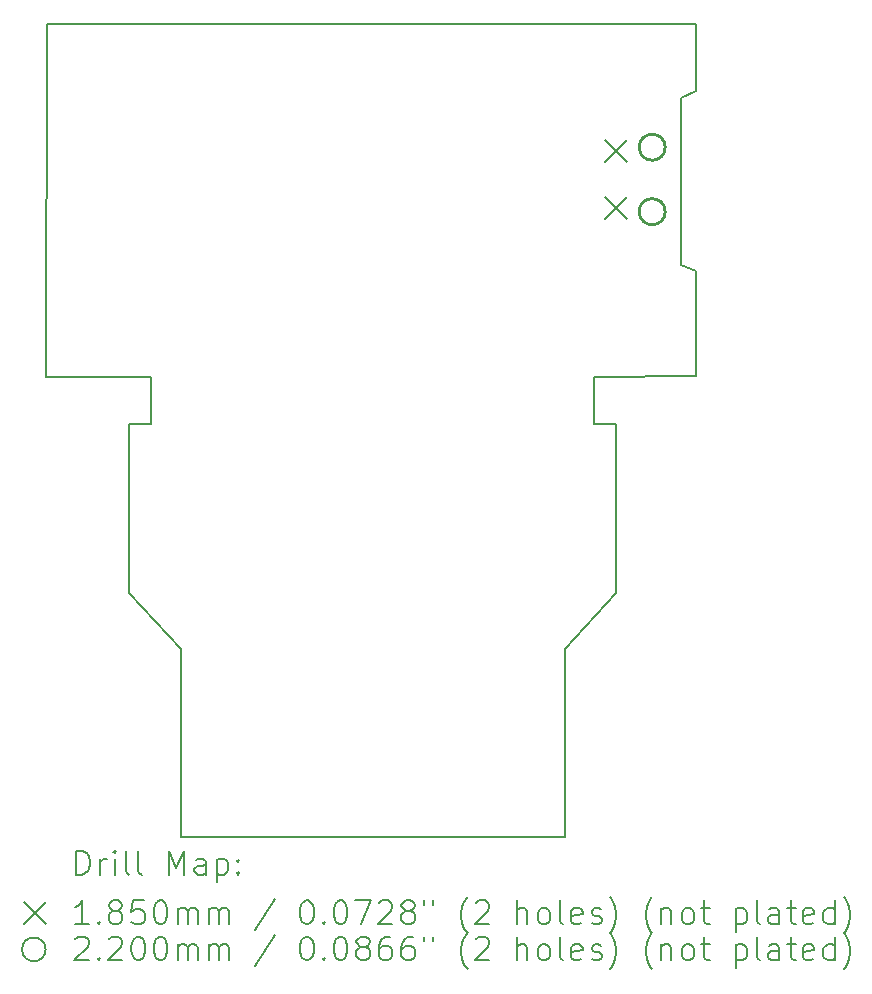
<source format=gbr>
%TF.GenerationSoftware,KiCad,Pcbnew,8.0.8-8.0.8-0~ubuntu22.04.1*%
%TF.CreationDate,2025-02-03T18:01:07-05:00*%
%TF.ProjectId,2600cart,32363030-6361-4727-942e-6b696361645f,rev?*%
%TF.SameCoordinates,Original*%
%TF.FileFunction,Drillmap*%
%TF.FilePolarity,Positive*%
%FSLAX45Y45*%
G04 Gerber Fmt 4.5, Leading zero omitted, Abs format (unit mm)*
G04 Created by KiCad (PCBNEW 8.0.8-8.0.8-0~ubuntu22.04.1) date 2025-02-03 18:01:07*
%MOMM*%
%LPD*%
G01*
G04 APERTURE LIST*
%ADD10C,0.150000*%
%ADD11C,0.200000*%
%ADD12C,0.185000*%
%ADD13C,0.220000*%
G04 APERTURE END LIST*
D10*
X14300200Y-7213600D02*
X14168120Y-7274560D01*
X14168120Y-8691880D01*
X14295120Y-8737600D01*
X14295120Y-9628010D01*
X13434540Y-9639860D01*
X13434540Y-10038640D01*
X13622500Y-10038640D01*
X13622500Y-11468660D01*
X13188160Y-11943640D01*
X13188160Y-13531140D01*
X9934420Y-13531140D01*
X9934420Y-11943640D01*
X9495000Y-11468660D01*
X9495000Y-10038640D01*
X9682960Y-10038640D01*
X9682960Y-9639860D01*
X8798115Y-9635823D01*
X8800000Y-6650000D01*
X14300000Y-6650000D01*
X14300200Y-7213600D01*
D11*
D12*
X13531020Y-7630440D02*
X13716020Y-7815440D01*
X13716020Y-7630440D02*
X13531020Y-7815440D01*
X13531020Y-8115440D02*
X13716020Y-8300440D01*
X13716020Y-8115440D02*
X13531020Y-8300440D01*
D13*
X14036520Y-7692940D02*
G75*
G02*
X13816520Y-7692940I-110000J0D01*
G01*
X13816520Y-7692940D02*
G75*
G02*
X14036520Y-7692940I110000J0D01*
G01*
X14036520Y-8237940D02*
G75*
G02*
X13816520Y-8237940I-110000J0D01*
G01*
X13816520Y-8237940D02*
G75*
G02*
X14036520Y-8237940I110000J0D01*
G01*
D11*
X9051391Y-13850124D02*
X9051391Y-13650124D01*
X9051391Y-13650124D02*
X9099010Y-13650124D01*
X9099010Y-13650124D02*
X9127582Y-13659648D01*
X9127582Y-13659648D02*
X9146629Y-13678695D01*
X9146629Y-13678695D02*
X9156153Y-13697743D01*
X9156153Y-13697743D02*
X9165677Y-13735838D01*
X9165677Y-13735838D02*
X9165677Y-13764409D01*
X9165677Y-13764409D02*
X9156153Y-13802505D01*
X9156153Y-13802505D02*
X9146629Y-13821552D01*
X9146629Y-13821552D02*
X9127582Y-13840600D01*
X9127582Y-13840600D02*
X9099010Y-13850124D01*
X9099010Y-13850124D02*
X9051391Y-13850124D01*
X9251391Y-13850124D02*
X9251391Y-13716790D01*
X9251391Y-13754886D02*
X9260915Y-13735838D01*
X9260915Y-13735838D02*
X9270439Y-13726314D01*
X9270439Y-13726314D02*
X9289487Y-13716790D01*
X9289487Y-13716790D02*
X9308534Y-13716790D01*
X9375201Y-13850124D02*
X9375201Y-13716790D01*
X9375201Y-13650124D02*
X9365677Y-13659648D01*
X9365677Y-13659648D02*
X9375201Y-13669171D01*
X9375201Y-13669171D02*
X9384725Y-13659648D01*
X9384725Y-13659648D02*
X9375201Y-13650124D01*
X9375201Y-13650124D02*
X9375201Y-13669171D01*
X9499010Y-13850124D02*
X9479963Y-13840600D01*
X9479963Y-13840600D02*
X9470439Y-13821552D01*
X9470439Y-13821552D02*
X9470439Y-13650124D01*
X9603772Y-13850124D02*
X9584725Y-13840600D01*
X9584725Y-13840600D02*
X9575201Y-13821552D01*
X9575201Y-13821552D02*
X9575201Y-13650124D01*
X9832344Y-13850124D02*
X9832344Y-13650124D01*
X9832344Y-13650124D02*
X9899010Y-13792981D01*
X9899010Y-13792981D02*
X9965677Y-13650124D01*
X9965677Y-13650124D02*
X9965677Y-13850124D01*
X10146629Y-13850124D02*
X10146629Y-13745362D01*
X10146629Y-13745362D02*
X10137106Y-13726314D01*
X10137106Y-13726314D02*
X10118058Y-13716790D01*
X10118058Y-13716790D02*
X10079963Y-13716790D01*
X10079963Y-13716790D02*
X10060915Y-13726314D01*
X10146629Y-13840600D02*
X10127582Y-13850124D01*
X10127582Y-13850124D02*
X10079963Y-13850124D01*
X10079963Y-13850124D02*
X10060915Y-13840600D01*
X10060915Y-13840600D02*
X10051391Y-13821552D01*
X10051391Y-13821552D02*
X10051391Y-13802505D01*
X10051391Y-13802505D02*
X10060915Y-13783457D01*
X10060915Y-13783457D02*
X10079963Y-13773933D01*
X10079963Y-13773933D02*
X10127582Y-13773933D01*
X10127582Y-13773933D02*
X10146629Y-13764409D01*
X10241868Y-13716790D02*
X10241868Y-13916790D01*
X10241868Y-13726314D02*
X10260915Y-13716790D01*
X10260915Y-13716790D02*
X10299010Y-13716790D01*
X10299010Y-13716790D02*
X10318058Y-13726314D01*
X10318058Y-13726314D02*
X10327582Y-13735838D01*
X10327582Y-13735838D02*
X10337106Y-13754886D01*
X10337106Y-13754886D02*
X10337106Y-13812028D01*
X10337106Y-13812028D02*
X10327582Y-13831076D01*
X10327582Y-13831076D02*
X10318058Y-13840600D01*
X10318058Y-13840600D02*
X10299010Y-13850124D01*
X10299010Y-13850124D02*
X10260915Y-13850124D01*
X10260915Y-13850124D02*
X10241868Y-13840600D01*
X10422820Y-13831076D02*
X10432344Y-13840600D01*
X10432344Y-13840600D02*
X10422820Y-13850124D01*
X10422820Y-13850124D02*
X10413296Y-13840600D01*
X10413296Y-13840600D02*
X10422820Y-13831076D01*
X10422820Y-13831076D02*
X10422820Y-13850124D01*
X10422820Y-13726314D02*
X10432344Y-13735838D01*
X10432344Y-13735838D02*
X10422820Y-13745362D01*
X10422820Y-13745362D02*
X10413296Y-13735838D01*
X10413296Y-13735838D02*
X10422820Y-13726314D01*
X10422820Y-13726314D02*
X10422820Y-13745362D01*
D12*
X8605615Y-14086140D02*
X8790615Y-14271140D01*
X8790615Y-14086140D02*
X8605615Y-14271140D01*
D11*
X9156153Y-14270124D02*
X9041868Y-14270124D01*
X9099010Y-14270124D02*
X9099010Y-14070124D01*
X9099010Y-14070124D02*
X9079963Y-14098695D01*
X9079963Y-14098695D02*
X9060915Y-14117743D01*
X9060915Y-14117743D02*
X9041868Y-14127267D01*
X9241868Y-14251076D02*
X9251391Y-14260600D01*
X9251391Y-14260600D02*
X9241868Y-14270124D01*
X9241868Y-14270124D02*
X9232344Y-14260600D01*
X9232344Y-14260600D02*
X9241868Y-14251076D01*
X9241868Y-14251076D02*
X9241868Y-14270124D01*
X9365677Y-14155838D02*
X9346629Y-14146314D01*
X9346629Y-14146314D02*
X9337106Y-14136790D01*
X9337106Y-14136790D02*
X9327582Y-14117743D01*
X9327582Y-14117743D02*
X9327582Y-14108219D01*
X9327582Y-14108219D02*
X9337106Y-14089171D01*
X9337106Y-14089171D02*
X9346629Y-14079648D01*
X9346629Y-14079648D02*
X9365677Y-14070124D01*
X9365677Y-14070124D02*
X9403772Y-14070124D01*
X9403772Y-14070124D02*
X9422820Y-14079648D01*
X9422820Y-14079648D02*
X9432344Y-14089171D01*
X9432344Y-14089171D02*
X9441868Y-14108219D01*
X9441868Y-14108219D02*
X9441868Y-14117743D01*
X9441868Y-14117743D02*
X9432344Y-14136790D01*
X9432344Y-14136790D02*
X9422820Y-14146314D01*
X9422820Y-14146314D02*
X9403772Y-14155838D01*
X9403772Y-14155838D02*
X9365677Y-14155838D01*
X9365677Y-14155838D02*
X9346629Y-14165362D01*
X9346629Y-14165362D02*
X9337106Y-14174886D01*
X9337106Y-14174886D02*
X9327582Y-14193933D01*
X9327582Y-14193933D02*
X9327582Y-14232028D01*
X9327582Y-14232028D02*
X9337106Y-14251076D01*
X9337106Y-14251076D02*
X9346629Y-14260600D01*
X9346629Y-14260600D02*
X9365677Y-14270124D01*
X9365677Y-14270124D02*
X9403772Y-14270124D01*
X9403772Y-14270124D02*
X9422820Y-14260600D01*
X9422820Y-14260600D02*
X9432344Y-14251076D01*
X9432344Y-14251076D02*
X9441868Y-14232028D01*
X9441868Y-14232028D02*
X9441868Y-14193933D01*
X9441868Y-14193933D02*
X9432344Y-14174886D01*
X9432344Y-14174886D02*
X9422820Y-14165362D01*
X9422820Y-14165362D02*
X9403772Y-14155838D01*
X9622820Y-14070124D02*
X9527582Y-14070124D01*
X9527582Y-14070124D02*
X9518058Y-14165362D01*
X9518058Y-14165362D02*
X9527582Y-14155838D01*
X9527582Y-14155838D02*
X9546629Y-14146314D01*
X9546629Y-14146314D02*
X9594249Y-14146314D01*
X9594249Y-14146314D02*
X9613296Y-14155838D01*
X9613296Y-14155838D02*
X9622820Y-14165362D01*
X9622820Y-14165362D02*
X9632344Y-14184409D01*
X9632344Y-14184409D02*
X9632344Y-14232028D01*
X9632344Y-14232028D02*
X9622820Y-14251076D01*
X9622820Y-14251076D02*
X9613296Y-14260600D01*
X9613296Y-14260600D02*
X9594249Y-14270124D01*
X9594249Y-14270124D02*
X9546629Y-14270124D01*
X9546629Y-14270124D02*
X9527582Y-14260600D01*
X9527582Y-14260600D02*
X9518058Y-14251076D01*
X9756153Y-14070124D02*
X9775201Y-14070124D01*
X9775201Y-14070124D02*
X9794249Y-14079648D01*
X9794249Y-14079648D02*
X9803772Y-14089171D01*
X9803772Y-14089171D02*
X9813296Y-14108219D01*
X9813296Y-14108219D02*
X9822820Y-14146314D01*
X9822820Y-14146314D02*
X9822820Y-14193933D01*
X9822820Y-14193933D02*
X9813296Y-14232028D01*
X9813296Y-14232028D02*
X9803772Y-14251076D01*
X9803772Y-14251076D02*
X9794249Y-14260600D01*
X9794249Y-14260600D02*
X9775201Y-14270124D01*
X9775201Y-14270124D02*
X9756153Y-14270124D01*
X9756153Y-14270124D02*
X9737106Y-14260600D01*
X9737106Y-14260600D02*
X9727582Y-14251076D01*
X9727582Y-14251076D02*
X9718058Y-14232028D01*
X9718058Y-14232028D02*
X9708534Y-14193933D01*
X9708534Y-14193933D02*
X9708534Y-14146314D01*
X9708534Y-14146314D02*
X9718058Y-14108219D01*
X9718058Y-14108219D02*
X9727582Y-14089171D01*
X9727582Y-14089171D02*
X9737106Y-14079648D01*
X9737106Y-14079648D02*
X9756153Y-14070124D01*
X9908534Y-14270124D02*
X9908534Y-14136790D01*
X9908534Y-14155838D02*
X9918058Y-14146314D01*
X9918058Y-14146314D02*
X9937106Y-14136790D01*
X9937106Y-14136790D02*
X9965677Y-14136790D01*
X9965677Y-14136790D02*
X9984725Y-14146314D01*
X9984725Y-14146314D02*
X9994249Y-14165362D01*
X9994249Y-14165362D02*
X9994249Y-14270124D01*
X9994249Y-14165362D02*
X10003772Y-14146314D01*
X10003772Y-14146314D02*
X10022820Y-14136790D01*
X10022820Y-14136790D02*
X10051391Y-14136790D01*
X10051391Y-14136790D02*
X10070439Y-14146314D01*
X10070439Y-14146314D02*
X10079963Y-14165362D01*
X10079963Y-14165362D02*
X10079963Y-14270124D01*
X10175201Y-14270124D02*
X10175201Y-14136790D01*
X10175201Y-14155838D02*
X10184725Y-14146314D01*
X10184725Y-14146314D02*
X10203772Y-14136790D01*
X10203772Y-14136790D02*
X10232344Y-14136790D01*
X10232344Y-14136790D02*
X10251391Y-14146314D01*
X10251391Y-14146314D02*
X10260915Y-14165362D01*
X10260915Y-14165362D02*
X10260915Y-14270124D01*
X10260915Y-14165362D02*
X10270439Y-14146314D01*
X10270439Y-14146314D02*
X10289487Y-14136790D01*
X10289487Y-14136790D02*
X10318058Y-14136790D01*
X10318058Y-14136790D02*
X10337106Y-14146314D01*
X10337106Y-14146314D02*
X10346630Y-14165362D01*
X10346630Y-14165362D02*
X10346630Y-14270124D01*
X10737106Y-14060600D02*
X10565677Y-14317743D01*
X10994249Y-14070124D02*
X11013296Y-14070124D01*
X11013296Y-14070124D02*
X11032344Y-14079648D01*
X11032344Y-14079648D02*
X11041868Y-14089171D01*
X11041868Y-14089171D02*
X11051392Y-14108219D01*
X11051392Y-14108219D02*
X11060915Y-14146314D01*
X11060915Y-14146314D02*
X11060915Y-14193933D01*
X11060915Y-14193933D02*
X11051392Y-14232028D01*
X11051392Y-14232028D02*
X11041868Y-14251076D01*
X11041868Y-14251076D02*
X11032344Y-14260600D01*
X11032344Y-14260600D02*
X11013296Y-14270124D01*
X11013296Y-14270124D02*
X10994249Y-14270124D01*
X10994249Y-14270124D02*
X10975201Y-14260600D01*
X10975201Y-14260600D02*
X10965677Y-14251076D01*
X10965677Y-14251076D02*
X10956153Y-14232028D01*
X10956153Y-14232028D02*
X10946630Y-14193933D01*
X10946630Y-14193933D02*
X10946630Y-14146314D01*
X10946630Y-14146314D02*
X10956153Y-14108219D01*
X10956153Y-14108219D02*
X10965677Y-14089171D01*
X10965677Y-14089171D02*
X10975201Y-14079648D01*
X10975201Y-14079648D02*
X10994249Y-14070124D01*
X11146630Y-14251076D02*
X11156153Y-14260600D01*
X11156153Y-14260600D02*
X11146630Y-14270124D01*
X11146630Y-14270124D02*
X11137106Y-14260600D01*
X11137106Y-14260600D02*
X11146630Y-14251076D01*
X11146630Y-14251076D02*
X11146630Y-14270124D01*
X11279963Y-14070124D02*
X11299011Y-14070124D01*
X11299011Y-14070124D02*
X11318058Y-14079648D01*
X11318058Y-14079648D02*
X11327582Y-14089171D01*
X11327582Y-14089171D02*
X11337106Y-14108219D01*
X11337106Y-14108219D02*
X11346630Y-14146314D01*
X11346630Y-14146314D02*
X11346630Y-14193933D01*
X11346630Y-14193933D02*
X11337106Y-14232028D01*
X11337106Y-14232028D02*
X11327582Y-14251076D01*
X11327582Y-14251076D02*
X11318058Y-14260600D01*
X11318058Y-14260600D02*
X11299011Y-14270124D01*
X11299011Y-14270124D02*
X11279963Y-14270124D01*
X11279963Y-14270124D02*
X11260915Y-14260600D01*
X11260915Y-14260600D02*
X11251391Y-14251076D01*
X11251391Y-14251076D02*
X11241868Y-14232028D01*
X11241868Y-14232028D02*
X11232344Y-14193933D01*
X11232344Y-14193933D02*
X11232344Y-14146314D01*
X11232344Y-14146314D02*
X11241868Y-14108219D01*
X11241868Y-14108219D02*
X11251391Y-14089171D01*
X11251391Y-14089171D02*
X11260915Y-14079648D01*
X11260915Y-14079648D02*
X11279963Y-14070124D01*
X11413296Y-14070124D02*
X11546630Y-14070124D01*
X11546630Y-14070124D02*
X11460915Y-14270124D01*
X11613296Y-14089171D02*
X11622820Y-14079648D01*
X11622820Y-14079648D02*
X11641868Y-14070124D01*
X11641868Y-14070124D02*
X11689487Y-14070124D01*
X11689487Y-14070124D02*
X11708534Y-14079648D01*
X11708534Y-14079648D02*
X11718058Y-14089171D01*
X11718058Y-14089171D02*
X11727582Y-14108219D01*
X11727582Y-14108219D02*
X11727582Y-14127267D01*
X11727582Y-14127267D02*
X11718058Y-14155838D01*
X11718058Y-14155838D02*
X11603772Y-14270124D01*
X11603772Y-14270124D02*
X11727582Y-14270124D01*
X11841868Y-14155838D02*
X11822820Y-14146314D01*
X11822820Y-14146314D02*
X11813296Y-14136790D01*
X11813296Y-14136790D02*
X11803772Y-14117743D01*
X11803772Y-14117743D02*
X11803772Y-14108219D01*
X11803772Y-14108219D02*
X11813296Y-14089171D01*
X11813296Y-14089171D02*
X11822820Y-14079648D01*
X11822820Y-14079648D02*
X11841868Y-14070124D01*
X11841868Y-14070124D02*
X11879963Y-14070124D01*
X11879963Y-14070124D02*
X11899011Y-14079648D01*
X11899011Y-14079648D02*
X11908534Y-14089171D01*
X11908534Y-14089171D02*
X11918058Y-14108219D01*
X11918058Y-14108219D02*
X11918058Y-14117743D01*
X11918058Y-14117743D02*
X11908534Y-14136790D01*
X11908534Y-14136790D02*
X11899011Y-14146314D01*
X11899011Y-14146314D02*
X11879963Y-14155838D01*
X11879963Y-14155838D02*
X11841868Y-14155838D01*
X11841868Y-14155838D02*
X11822820Y-14165362D01*
X11822820Y-14165362D02*
X11813296Y-14174886D01*
X11813296Y-14174886D02*
X11803772Y-14193933D01*
X11803772Y-14193933D02*
X11803772Y-14232028D01*
X11803772Y-14232028D02*
X11813296Y-14251076D01*
X11813296Y-14251076D02*
X11822820Y-14260600D01*
X11822820Y-14260600D02*
X11841868Y-14270124D01*
X11841868Y-14270124D02*
X11879963Y-14270124D01*
X11879963Y-14270124D02*
X11899011Y-14260600D01*
X11899011Y-14260600D02*
X11908534Y-14251076D01*
X11908534Y-14251076D02*
X11918058Y-14232028D01*
X11918058Y-14232028D02*
X11918058Y-14193933D01*
X11918058Y-14193933D02*
X11908534Y-14174886D01*
X11908534Y-14174886D02*
X11899011Y-14165362D01*
X11899011Y-14165362D02*
X11879963Y-14155838D01*
X11994249Y-14070124D02*
X11994249Y-14108219D01*
X12070439Y-14070124D02*
X12070439Y-14108219D01*
X12365677Y-14346314D02*
X12356153Y-14336790D01*
X12356153Y-14336790D02*
X12337106Y-14308219D01*
X12337106Y-14308219D02*
X12327582Y-14289171D01*
X12327582Y-14289171D02*
X12318058Y-14260600D01*
X12318058Y-14260600D02*
X12308534Y-14212981D01*
X12308534Y-14212981D02*
X12308534Y-14174886D01*
X12308534Y-14174886D02*
X12318058Y-14127267D01*
X12318058Y-14127267D02*
X12327582Y-14098695D01*
X12327582Y-14098695D02*
X12337106Y-14079648D01*
X12337106Y-14079648D02*
X12356153Y-14051076D01*
X12356153Y-14051076D02*
X12365677Y-14041552D01*
X12432344Y-14089171D02*
X12441868Y-14079648D01*
X12441868Y-14079648D02*
X12460915Y-14070124D01*
X12460915Y-14070124D02*
X12508534Y-14070124D01*
X12508534Y-14070124D02*
X12527582Y-14079648D01*
X12527582Y-14079648D02*
X12537106Y-14089171D01*
X12537106Y-14089171D02*
X12546630Y-14108219D01*
X12546630Y-14108219D02*
X12546630Y-14127267D01*
X12546630Y-14127267D02*
X12537106Y-14155838D01*
X12537106Y-14155838D02*
X12422820Y-14270124D01*
X12422820Y-14270124D02*
X12546630Y-14270124D01*
X12784725Y-14270124D02*
X12784725Y-14070124D01*
X12870439Y-14270124D02*
X12870439Y-14165362D01*
X12870439Y-14165362D02*
X12860915Y-14146314D01*
X12860915Y-14146314D02*
X12841868Y-14136790D01*
X12841868Y-14136790D02*
X12813296Y-14136790D01*
X12813296Y-14136790D02*
X12794249Y-14146314D01*
X12794249Y-14146314D02*
X12784725Y-14155838D01*
X12994249Y-14270124D02*
X12975201Y-14260600D01*
X12975201Y-14260600D02*
X12965677Y-14251076D01*
X12965677Y-14251076D02*
X12956154Y-14232028D01*
X12956154Y-14232028D02*
X12956154Y-14174886D01*
X12956154Y-14174886D02*
X12965677Y-14155838D01*
X12965677Y-14155838D02*
X12975201Y-14146314D01*
X12975201Y-14146314D02*
X12994249Y-14136790D01*
X12994249Y-14136790D02*
X13022820Y-14136790D01*
X13022820Y-14136790D02*
X13041868Y-14146314D01*
X13041868Y-14146314D02*
X13051392Y-14155838D01*
X13051392Y-14155838D02*
X13060915Y-14174886D01*
X13060915Y-14174886D02*
X13060915Y-14232028D01*
X13060915Y-14232028D02*
X13051392Y-14251076D01*
X13051392Y-14251076D02*
X13041868Y-14260600D01*
X13041868Y-14260600D02*
X13022820Y-14270124D01*
X13022820Y-14270124D02*
X12994249Y-14270124D01*
X13175201Y-14270124D02*
X13156154Y-14260600D01*
X13156154Y-14260600D02*
X13146630Y-14241552D01*
X13146630Y-14241552D02*
X13146630Y-14070124D01*
X13327582Y-14260600D02*
X13308535Y-14270124D01*
X13308535Y-14270124D02*
X13270439Y-14270124D01*
X13270439Y-14270124D02*
X13251392Y-14260600D01*
X13251392Y-14260600D02*
X13241868Y-14241552D01*
X13241868Y-14241552D02*
X13241868Y-14165362D01*
X13241868Y-14165362D02*
X13251392Y-14146314D01*
X13251392Y-14146314D02*
X13270439Y-14136790D01*
X13270439Y-14136790D02*
X13308535Y-14136790D01*
X13308535Y-14136790D02*
X13327582Y-14146314D01*
X13327582Y-14146314D02*
X13337106Y-14165362D01*
X13337106Y-14165362D02*
X13337106Y-14184409D01*
X13337106Y-14184409D02*
X13241868Y-14203457D01*
X13413296Y-14260600D02*
X13432344Y-14270124D01*
X13432344Y-14270124D02*
X13470439Y-14270124D01*
X13470439Y-14270124D02*
X13489487Y-14260600D01*
X13489487Y-14260600D02*
X13499011Y-14241552D01*
X13499011Y-14241552D02*
X13499011Y-14232028D01*
X13499011Y-14232028D02*
X13489487Y-14212981D01*
X13489487Y-14212981D02*
X13470439Y-14203457D01*
X13470439Y-14203457D02*
X13441868Y-14203457D01*
X13441868Y-14203457D02*
X13422820Y-14193933D01*
X13422820Y-14193933D02*
X13413296Y-14174886D01*
X13413296Y-14174886D02*
X13413296Y-14165362D01*
X13413296Y-14165362D02*
X13422820Y-14146314D01*
X13422820Y-14146314D02*
X13441868Y-14136790D01*
X13441868Y-14136790D02*
X13470439Y-14136790D01*
X13470439Y-14136790D02*
X13489487Y-14146314D01*
X13565677Y-14346314D02*
X13575201Y-14336790D01*
X13575201Y-14336790D02*
X13594249Y-14308219D01*
X13594249Y-14308219D02*
X13603773Y-14289171D01*
X13603773Y-14289171D02*
X13613296Y-14260600D01*
X13613296Y-14260600D02*
X13622820Y-14212981D01*
X13622820Y-14212981D02*
X13622820Y-14174886D01*
X13622820Y-14174886D02*
X13613296Y-14127267D01*
X13613296Y-14127267D02*
X13603773Y-14098695D01*
X13603773Y-14098695D02*
X13594249Y-14079648D01*
X13594249Y-14079648D02*
X13575201Y-14051076D01*
X13575201Y-14051076D02*
X13565677Y-14041552D01*
X13927582Y-14346314D02*
X13918058Y-14336790D01*
X13918058Y-14336790D02*
X13899011Y-14308219D01*
X13899011Y-14308219D02*
X13889487Y-14289171D01*
X13889487Y-14289171D02*
X13879963Y-14260600D01*
X13879963Y-14260600D02*
X13870439Y-14212981D01*
X13870439Y-14212981D02*
X13870439Y-14174886D01*
X13870439Y-14174886D02*
X13879963Y-14127267D01*
X13879963Y-14127267D02*
X13889487Y-14098695D01*
X13889487Y-14098695D02*
X13899011Y-14079648D01*
X13899011Y-14079648D02*
X13918058Y-14051076D01*
X13918058Y-14051076D02*
X13927582Y-14041552D01*
X14003773Y-14136790D02*
X14003773Y-14270124D01*
X14003773Y-14155838D02*
X14013296Y-14146314D01*
X14013296Y-14146314D02*
X14032344Y-14136790D01*
X14032344Y-14136790D02*
X14060916Y-14136790D01*
X14060916Y-14136790D02*
X14079963Y-14146314D01*
X14079963Y-14146314D02*
X14089487Y-14165362D01*
X14089487Y-14165362D02*
X14089487Y-14270124D01*
X14213296Y-14270124D02*
X14194249Y-14260600D01*
X14194249Y-14260600D02*
X14184725Y-14251076D01*
X14184725Y-14251076D02*
X14175201Y-14232028D01*
X14175201Y-14232028D02*
X14175201Y-14174886D01*
X14175201Y-14174886D02*
X14184725Y-14155838D01*
X14184725Y-14155838D02*
X14194249Y-14146314D01*
X14194249Y-14146314D02*
X14213296Y-14136790D01*
X14213296Y-14136790D02*
X14241868Y-14136790D01*
X14241868Y-14136790D02*
X14260916Y-14146314D01*
X14260916Y-14146314D02*
X14270439Y-14155838D01*
X14270439Y-14155838D02*
X14279963Y-14174886D01*
X14279963Y-14174886D02*
X14279963Y-14232028D01*
X14279963Y-14232028D02*
X14270439Y-14251076D01*
X14270439Y-14251076D02*
X14260916Y-14260600D01*
X14260916Y-14260600D02*
X14241868Y-14270124D01*
X14241868Y-14270124D02*
X14213296Y-14270124D01*
X14337106Y-14136790D02*
X14413296Y-14136790D01*
X14365677Y-14070124D02*
X14365677Y-14241552D01*
X14365677Y-14241552D02*
X14375201Y-14260600D01*
X14375201Y-14260600D02*
X14394249Y-14270124D01*
X14394249Y-14270124D02*
X14413296Y-14270124D01*
X14632344Y-14136790D02*
X14632344Y-14336790D01*
X14632344Y-14146314D02*
X14651392Y-14136790D01*
X14651392Y-14136790D02*
X14689487Y-14136790D01*
X14689487Y-14136790D02*
X14708535Y-14146314D01*
X14708535Y-14146314D02*
X14718058Y-14155838D01*
X14718058Y-14155838D02*
X14727582Y-14174886D01*
X14727582Y-14174886D02*
X14727582Y-14232028D01*
X14727582Y-14232028D02*
X14718058Y-14251076D01*
X14718058Y-14251076D02*
X14708535Y-14260600D01*
X14708535Y-14260600D02*
X14689487Y-14270124D01*
X14689487Y-14270124D02*
X14651392Y-14270124D01*
X14651392Y-14270124D02*
X14632344Y-14260600D01*
X14841868Y-14270124D02*
X14822820Y-14260600D01*
X14822820Y-14260600D02*
X14813297Y-14241552D01*
X14813297Y-14241552D02*
X14813297Y-14070124D01*
X15003773Y-14270124D02*
X15003773Y-14165362D01*
X15003773Y-14165362D02*
X14994249Y-14146314D01*
X14994249Y-14146314D02*
X14975201Y-14136790D01*
X14975201Y-14136790D02*
X14937106Y-14136790D01*
X14937106Y-14136790D02*
X14918058Y-14146314D01*
X15003773Y-14260600D02*
X14984725Y-14270124D01*
X14984725Y-14270124D02*
X14937106Y-14270124D01*
X14937106Y-14270124D02*
X14918058Y-14260600D01*
X14918058Y-14260600D02*
X14908535Y-14241552D01*
X14908535Y-14241552D02*
X14908535Y-14222505D01*
X14908535Y-14222505D02*
X14918058Y-14203457D01*
X14918058Y-14203457D02*
X14937106Y-14193933D01*
X14937106Y-14193933D02*
X14984725Y-14193933D01*
X14984725Y-14193933D02*
X15003773Y-14184409D01*
X15070439Y-14136790D02*
X15146630Y-14136790D01*
X15099011Y-14070124D02*
X15099011Y-14241552D01*
X15099011Y-14241552D02*
X15108535Y-14260600D01*
X15108535Y-14260600D02*
X15127582Y-14270124D01*
X15127582Y-14270124D02*
X15146630Y-14270124D01*
X15289487Y-14260600D02*
X15270439Y-14270124D01*
X15270439Y-14270124D02*
X15232344Y-14270124D01*
X15232344Y-14270124D02*
X15213297Y-14260600D01*
X15213297Y-14260600D02*
X15203773Y-14241552D01*
X15203773Y-14241552D02*
X15203773Y-14165362D01*
X15203773Y-14165362D02*
X15213297Y-14146314D01*
X15213297Y-14146314D02*
X15232344Y-14136790D01*
X15232344Y-14136790D02*
X15270439Y-14136790D01*
X15270439Y-14136790D02*
X15289487Y-14146314D01*
X15289487Y-14146314D02*
X15299011Y-14165362D01*
X15299011Y-14165362D02*
X15299011Y-14184409D01*
X15299011Y-14184409D02*
X15203773Y-14203457D01*
X15470439Y-14270124D02*
X15470439Y-14070124D01*
X15470439Y-14260600D02*
X15451392Y-14270124D01*
X15451392Y-14270124D02*
X15413297Y-14270124D01*
X15413297Y-14270124D02*
X15394249Y-14260600D01*
X15394249Y-14260600D02*
X15384725Y-14251076D01*
X15384725Y-14251076D02*
X15375201Y-14232028D01*
X15375201Y-14232028D02*
X15375201Y-14174886D01*
X15375201Y-14174886D02*
X15384725Y-14155838D01*
X15384725Y-14155838D02*
X15394249Y-14146314D01*
X15394249Y-14146314D02*
X15413297Y-14136790D01*
X15413297Y-14136790D02*
X15451392Y-14136790D01*
X15451392Y-14136790D02*
X15470439Y-14146314D01*
X15546630Y-14346314D02*
X15556154Y-14336790D01*
X15556154Y-14336790D02*
X15575201Y-14308219D01*
X15575201Y-14308219D02*
X15584725Y-14289171D01*
X15584725Y-14289171D02*
X15594249Y-14260600D01*
X15594249Y-14260600D02*
X15603773Y-14212981D01*
X15603773Y-14212981D02*
X15603773Y-14174886D01*
X15603773Y-14174886D02*
X15594249Y-14127267D01*
X15594249Y-14127267D02*
X15584725Y-14098695D01*
X15584725Y-14098695D02*
X15575201Y-14079648D01*
X15575201Y-14079648D02*
X15556154Y-14051076D01*
X15556154Y-14051076D02*
X15546630Y-14041552D01*
X8790615Y-14483640D02*
G75*
G02*
X8590615Y-14483640I-100000J0D01*
G01*
X8590615Y-14483640D02*
G75*
G02*
X8790615Y-14483640I100000J0D01*
G01*
X9041868Y-14394171D02*
X9051391Y-14384648D01*
X9051391Y-14384648D02*
X9070439Y-14375124D01*
X9070439Y-14375124D02*
X9118058Y-14375124D01*
X9118058Y-14375124D02*
X9137106Y-14384648D01*
X9137106Y-14384648D02*
X9146629Y-14394171D01*
X9146629Y-14394171D02*
X9156153Y-14413219D01*
X9156153Y-14413219D02*
X9156153Y-14432267D01*
X9156153Y-14432267D02*
X9146629Y-14460838D01*
X9146629Y-14460838D02*
X9032344Y-14575124D01*
X9032344Y-14575124D02*
X9156153Y-14575124D01*
X9241868Y-14556076D02*
X9251391Y-14565600D01*
X9251391Y-14565600D02*
X9241868Y-14575124D01*
X9241868Y-14575124D02*
X9232344Y-14565600D01*
X9232344Y-14565600D02*
X9241868Y-14556076D01*
X9241868Y-14556076D02*
X9241868Y-14575124D01*
X9327582Y-14394171D02*
X9337106Y-14384648D01*
X9337106Y-14384648D02*
X9356153Y-14375124D01*
X9356153Y-14375124D02*
X9403772Y-14375124D01*
X9403772Y-14375124D02*
X9422820Y-14384648D01*
X9422820Y-14384648D02*
X9432344Y-14394171D01*
X9432344Y-14394171D02*
X9441868Y-14413219D01*
X9441868Y-14413219D02*
X9441868Y-14432267D01*
X9441868Y-14432267D02*
X9432344Y-14460838D01*
X9432344Y-14460838D02*
X9318058Y-14575124D01*
X9318058Y-14575124D02*
X9441868Y-14575124D01*
X9565677Y-14375124D02*
X9584725Y-14375124D01*
X9584725Y-14375124D02*
X9603772Y-14384648D01*
X9603772Y-14384648D02*
X9613296Y-14394171D01*
X9613296Y-14394171D02*
X9622820Y-14413219D01*
X9622820Y-14413219D02*
X9632344Y-14451314D01*
X9632344Y-14451314D02*
X9632344Y-14498933D01*
X9632344Y-14498933D02*
X9622820Y-14537028D01*
X9622820Y-14537028D02*
X9613296Y-14556076D01*
X9613296Y-14556076D02*
X9603772Y-14565600D01*
X9603772Y-14565600D02*
X9584725Y-14575124D01*
X9584725Y-14575124D02*
X9565677Y-14575124D01*
X9565677Y-14575124D02*
X9546629Y-14565600D01*
X9546629Y-14565600D02*
X9537106Y-14556076D01*
X9537106Y-14556076D02*
X9527582Y-14537028D01*
X9527582Y-14537028D02*
X9518058Y-14498933D01*
X9518058Y-14498933D02*
X9518058Y-14451314D01*
X9518058Y-14451314D02*
X9527582Y-14413219D01*
X9527582Y-14413219D02*
X9537106Y-14394171D01*
X9537106Y-14394171D02*
X9546629Y-14384648D01*
X9546629Y-14384648D02*
X9565677Y-14375124D01*
X9756153Y-14375124D02*
X9775201Y-14375124D01*
X9775201Y-14375124D02*
X9794249Y-14384648D01*
X9794249Y-14384648D02*
X9803772Y-14394171D01*
X9803772Y-14394171D02*
X9813296Y-14413219D01*
X9813296Y-14413219D02*
X9822820Y-14451314D01*
X9822820Y-14451314D02*
X9822820Y-14498933D01*
X9822820Y-14498933D02*
X9813296Y-14537028D01*
X9813296Y-14537028D02*
X9803772Y-14556076D01*
X9803772Y-14556076D02*
X9794249Y-14565600D01*
X9794249Y-14565600D02*
X9775201Y-14575124D01*
X9775201Y-14575124D02*
X9756153Y-14575124D01*
X9756153Y-14575124D02*
X9737106Y-14565600D01*
X9737106Y-14565600D02*
X9727582Y-14556076D01*
X9727582Y-14556076D02*
X9718058Y-14537028D01*
X9718058Y-14537028D02*
X9708534Y-14498933D01*
X9708534Y-14498933D02*
X9708534Y-14451314D01*
X9708534Y-14451314D02*
X9718058Y-14413219D01*
X9718058Y-14413219D02*
X9727582Y-14394171D01*
X9727582Y-14394171D02*
X9737106Y-14384648D01*
X9737106Y-14384648D02*
X9756153Y-14375124D01*
X9908534Y-14575124D02*
X9908534Y-14441790D01*
X9908534Y-14460838D02*
X9918058Y-14451314D01*
X9918058Y-14451314D02*
X9937106Y-14441790D01*
X9937106Y-14441790D02*
X9965677Y-14441790D01*
X9965677Y-14441790D02*
X9984725Y-14451314D01*
X9984725Y-14451314D02*
X9994249Y-14470362D01*
X9994249Y-14470362D02*
X9994249Y-14575124D01*
X9994249Y-14470362D02*
X10003772Y-14451314D01*
X10003772Y-14451314D02*
X10022820Y-14441790D01*
X10022820Y-14441790D02*
X10051391Y-14441790D01*
X10051391Y-14441790D02*
X10070439Y-14451314D01*
X10070439Y-14451314D02*
X10079963Y-14470362D01*
X10079963Y-14470362D02*
X10079963Y-14575124D01*
X10175201Y-14575124D02*
X10175201Y-14441790D01*
X10175201Y-14460838D02*
X10184725Y-14451314D01*
X10184725Y-14451314D02*
X10203772Y-14441790D01*
X10203772Y-14441790D02*
X10232344Y-14441790D01*
X10232344Y-14441790D02*
X10251391Y-14451314D01*
X10251391Y-14451314D02*
X10260915Y-14470362D01*
X10260915Y-14470362D02*
X10260915Y-14575124D01*
X10260915Y-14470362D02*
X10270439Y-14451314D01*
X10270439Y-14451314D02*
X10289487Y-14441790D01*
X10289487Y-14441790D02*
X10318058Y-14441790D01*
X10318058Y-14441790D02*
X10337106Y-14451314D01*
X10337106Y-14451314D02*
X10346630Y-14470362D01*
X10346630Y-14470362D02*
X10346630Y-14575124D01*
X10737106Y-14365600D02*
X10565677Y-14622743D01*
X10994249Y-14375124D02*
X11013296Y-14375124D01*
X11013296Y-14375124D02*
X11032344Y-14384648D01*
X11032344Y-14384648D02*
X11041868Y-14394171D01*
X11041868Y-14394171D02*
X11051392Y-14413219D01*
X11051392Y-14413219D02*
X11060915Y-14451314D01*
X11060915Y-14451314D02*
X11060915Y-14498933D01*
X11060915Y-14498933D02*
X11051392Y-14537028D01*
X11051392Y-14537028D02*
X11041868Y-14556076D01*
X11041868Y-14556076D02*
X11032344Y-14565600D01*
X11032344Y-14565600D02*
X11013296Y-14575124D01*
X11013296Y-14575124D02*
X10994249Y-14575124D01*
X10994249Y-14575124D02*
X10975201Y-14565600D01*
X10975201Y-14565600D02*
X10965677Y-14556076D01*
X10965677Y-14556076D02*
X10956153Y-14537028D01*
X10956153Y-14537028D02*
X10946630Y-14498933D01*
X10946630Y-14498933D02*
X10946630Y-14451314D01*
X10946630Y-14451314D02*
X10956153Y-14413219D01*
X10956153Y-14413219D02*
X10965677Y-14394171D01*
X10965677Y-14394171D02*
X10975201Y-14384648D01*
X10975201Y-14384648D02*
X10994249Y-14375124D01*
X11146630Y-14556076D02*
X11156153Y-14565600D01*
X11156153Y-14565600D02*
X11146630Y-14575124D01*
X11146630Y-14575124D02*
X11137106Y-14565600D01*
X11137106Y-14565600D02*
X11146630Y-14556076D01*
X11146630Y-14556076D02*
X11146630Y-14575124D01*
X11279963Y-14375124D02*
X11299011Y-14375124D01*
X11299011Y-14375124D02*
X11318058Y-14384648D01*
X11318058Y-14384648D02*
X11327582Y-14394171D01*
X11327582Y-14394171D02*
X11337106Y-14413219D01*
X11337106Y-14413219D02*
X11346630Y-14451314D01*
X11346630Y-14451314D02*
X11346630Y-14498933D01*
X11346630Y-14498933D02*
X11337106Y-14537028D01*
X11337106Y-14537028D02*
X11327582Y-14556076D01*
X11327582Y-14556076D02*
X11318058Y-14565600D01*
X11318058Y-14565600D02*
X11299011Y-14575124D01*
X11299011Y-14575124D02*
X11279963Y-14575124D01*
X11279963Y-14575124D02*
X11260915Y-14565600D01*
X11260915Y-14565600D02*
X11251391Y-14556076D01*
X11251391Y-14556076D02*
X11241868Y-14537028D01*
X11241868Y-14537028D02*
X11232344Y-14498933D01*
X11232344Y-14498933D02*
X11232344Y-14451314D01*
X11232344Y-14451314D02*
X11241868Y-14413219D01*
X11241868Y-14413219D02*
X11251391Y-14394171D01*
X11251391Y-14394171D02*
X11260915Y-14384648D01*
X11260915Y-14384648D02*
X11279963Y-14375124D01*
X11460915Y-14460838D02*
X11441868Y-14451314D01*
X11441868Y-14451314D02*
X11432344Y-14441790D01*
X11432344Y-14441790D02*
X11422820Y-14422743D01*
X11422820Y-14422743D02*
X11422820Y-14413219D01*
X11422820Y-14413219D02*
X11432344Y-14394171D01*
X11432344Y-14394171D02*
X11441868Y-14384648D01*
X11441868Y-14384648D02*
X11460915Y-14375124D01*
X11460915Y-14375124D02*
X11499011Y-14375124D01*
X11499011Y-14375124D02*
X11518058Y-14384648D01*
X11518058Y-14384648D02*
X11527582Y-14394171D01*
X11527582Y-14394171D02*
X11537106Y-14413219D01*
X11537106Y-14413219D02*
X11537106Y-14422743D01*
X11537106Y-14422743D02*
X11527582Y-14441790D01*
X11527582Y-14441790D02*
X11518058Y-14451314D01*
X11518058Y-14451314D02*
X11499011Y-14460838D01*
X11499011Y-14460838D02*
X11460915Y-14460838D01*
X11460915Y-14460838D02*
X11441868Y-14470362D01*
X11441868Y-14470362D02*
X11432344Y-14479886D01*
X11432344Y-14479886D02*
X11422820Y-14498933D01*
X11422820Y-14498933D02*
X11422820Y-14537028D01*
X11422820Y-14537028D02*
X11432344Y-14556076D01*
X11432344Y-14556076D02*
X11441868Y-14565600D01*
X11441868Y-14565600D02*
X11460915Y-14575124D01*
X11460915Y-14575124D02*
X11499011Y-14575124D01*
X11499011Y-14575124D02*
X11518058Y-14565600D01*
X11518058Y-14565600D02*
X11527582Y-14556076D01*
X11527582Y-14556076D02*
X11537106Y-14537028D01*
X11537106Y-14537028D02*
X11537106Y-14498933D01*
X11537106Y-14498933D02*
X11527582Y-14479886D01*
X11527582Y-14479886D02*
X11518058Y-14470362D01*
X11518058Y-14470362D02*
X11499011Y-14460838D01*
X11708534Y-14375124D02*
X11670439Y-14375124D01*
X11670439Y-14375124D02*
X11651391Y-14384648D01*
X11651391Y-14384648D02*
X11641868Y-14394171D01*
X11641868Y-14394171D02*
X11622820Y-14422743D01*
X11622820Y-14422743D02*
X11613296Y-14460838D01*
X11613296Y-14460838D02*
X11613296Y-14537028D01*
X11613296Y-14537028D02*
X11622820Y-14556076D01*
X11622820Y-14556076D02*
X11632344Y-14565600D01*
X11632344Y-14565600D02*
X11651391Y-14575124D01*
X11651391Y-14575124D02*
X11689487Y-14575124D01*
X11689487Y-14575124D02*
X11708534Y-14565600D01*
X11708534Y-14565600D02*
X11718058Y-14556076D01*
X11718058Y-14556076D02*
X11727582Y-14537028D01*
X11727582Y-14537028D02*
X11727582Y-14489409D01*
X11727582Y-14489409D02*
X11718058Y-14470362D01*
X11718058Y-14470362D02*
X11708534Y-14460838D01*
X11708534Y-14460838D02*
X11689487Y-14451314D01*
X11689487Y-14451314D02*
X11651391Y-14451314D01*
X11651391Y-14451314D02*
X11632344Y-14460838D01*
X11632344Y-14460838D02*
X11622820Y-14470362D01*
X11622820Y-14470362D02*
X11613296Y-14489409D01*
X11899011Y-14375124D02*
X11860915Y-14375124D01*
X11860915Y-14375124D02*
X11841868Y-14384648D01*
X11841868Y-14384648D02*
X11832344Y-14394171D01*
X11832344Y-14394171D02*
X11813296Y-14422743D01*
X11813296Y-14422743D02*
X11803772Y-14460838D01*
X11803772Y-14460838D02*
X11803772Y-14537028D01*
X11803772Y-14537028D02*
X11813296Y-14556076D01*
X11813296Y-14556076D02*
X11822820Y-14565600D01*
X11822820Y-14565600D02*
X11841868Y-14575124D01*
X11841868Y-14575124D02*
X11879963Y-14575124D01*
X11879963Y-14575124D02*
X11899011Y-14565600D01*
X11899011Y-14565600D02*
X11908534Y-14556076D01*
X11908534Y-14556076D02*
X11918058Y-14537028D01*
X11918058Y-14537028D02*
X11918058Y-14489409D01*
X11918058Y-14489409D02*
X11908534Y-14470362D01*
X11908534Y-14470362D02*
X11899011Y-14460838D01*
X11899011Y-14460838D02*
X11879963Y-14451314D01*
X11879963Y-14451314D02*
X11841868Y-14451314D01*
X11841868Y-14451314D02*
X11822820Y-14460838D01*
X11822820Y-14460838D02*
X11813296Y-14470362D01*
X11813296Y-14470362D02*
X11803772Y-14489409D01*
X11994249Y-14375124D02*
X11994249Y-14413219D01*
X12070439Y-14375124D02*
X12070439Y-14413219D01*
X12365677Y-14651314D02*
X12356153Y-14641790D01*
X12356153Y-14641790D02*
X12337106Y-14613219D01*
X12337106Y-14613219D02*
X12327582Y-14594171D01*
X12327582Y-14594171D02*
X12318058Y-14565600D01*
X12318058Y-14565600D02*
X12308534Y-14517981D01*
X12308534Y-14517981D02*
X12308534Y-14479886D01*
X12308534Y-14479886D02*
X12318058Y-14432267D01*
X12318058Y-14432267D02*
X12327582Y-14403695D01*
X12327582Y-14403695D02*
X12337106Y-14384648D01*
X12337106Y-14384648D02*
X12356153Y-14356076D01*
X12356153Y-14356076D02*
X12365677Y-14346552D01*
X12432344Y-14394171D02*
X12441868Y-14384648D01*
X12441868Y-14384648D02*
X12460915Y-14375124D01*
X12460915Y-14375124D02*
X12508534Y-14375124D01*
X12508534Y-14375124D02*
X12527582Y-14384648D01*
X12527582Y-14384648D02*
X12537106Y-14394171D01*
X12537106Y-14394171D02*
X12546630Y-14413219D01*
X12546630Y-14413219D02*
X12546630Y-14432267D01*
X12546630Y-14432267D02*
X12537106Y-14460838D01*
X12537106Y-14460838D02*
X12422820Y-14575124D01*
X12422820Y-14575124D02*
X12546630Y-14575124D01*
X12784725Y-14575124D02*
X12784725Y-14375124D01*
X12870439Y-14575124D02*
X12870439Y-14470362D01*
X12870439Y-14470362D02*
X12860915Y-14451314D01*
X12860915Y-14451314D02*
X12841868Y-14441790D01*
X12841868Y-14441790D02*
X12813296Y-14441790D01*
X12813296Y-14441790D02*
X12794249Y-14451314D01*
X12794249Y-14451314D02*
X12784725Y-14460838D01*
X12994249Y-14575124D02*
X12975201Y-14565600D01*
X12975201Y-14565600D02*
X12965677Y-14556076D01*
X12965677Y-14556076D02*
X12956154Y-14537028D01*
X12956154Y-14537028D02*
X12956154Y-14479886D01*
X12956154Y-14479886D02*
X12965677Y-14460838D01*
X12965677Y-14460838D02*
X12975201Y-14451314D01*
X12975201Y-14451314D02*
X12994249Y-14441790D01*
X12994249Y-14441790D02*
X13022820Y-14441790D01*
X13022820Y-14441790D02*
X13041868Y-14451314D01*
X13041868Y-14451314D02*
X13051392Y-14460838D01*
X13051392Y-14460838D02*
X13060915Y-14479886D01*
X13060915Y-14479886D02*
X13060915Y-14537028D01*
X13060915Y-14537028D02*
X13051392Y-14556076D01*
X13051392Y-14556076D02*
X13041868Y-14565600D01*
X13041868Y-14565600D02*
X13022820Y-14575124D01*
X13022820Y-14575124D02*
X12994249Y-14575124D01*
X13175201Y-14575124D02*
X13156154Y-14565600D01*
X13156154Y-14565600D02*
X13146630Y-14546552D01*
X13146630Y-14546552D02*
X13146630Y-14375124D01*
X13327582Y-14565600D02*
X13308535Y-14575124D01*
X13308535Y-14575124D02*
X13270439Y-14575124D01*
X13270439Y-14575124D02*
X13251392Y-14565600D01*
X13251392Y-14565600D02*
X13241868Y-14546552D01*
X13241868Y-14546552D02*
X13241868Y-14470362D01*
X13241868Y-14470362D02*
X13251392Y-14451314D01*
X13251392Y-14451314D02*
X13270439Y-14441790D01*
X13270439Y-14441790D02*
X13308535Y-14441790D01*
X13308535Y-14441790D02*
X13327582Y-14451314D01*
X13327582Y-14451314D02*
X13337106Y-14470362D01*
X13337106Y-14470362D02*
X13337106Y-14489409D01*
X13337106Y-14489409D02*
X13241868Y-14508457D01*
X13413296Y-14565600D02*
X13432344Y-14575124D01*
X13432344Y-14575124D02*
X13470439Y-14575124D01*
X13470439Y-14575124D02*
X13489487Y-14565600D01*
X13489487Y-14565600D02*
X13499011Y-14546552D01*
X13499011Y-14546552D02*
X13499011Y-14537028D01*
X13499011Y-14537028D02*
X13489487Y-14517981D01*
X13489487Y-14517981D02*
X13470439Y-14508457D01*
X13470439Y-14508457D02*
X13441868Y-14508457D01*
X13441868Y-14508457D02*
X13422820Y-14498933D01*
X13422820Y-14498933D02*
X13413296Y-14479886D01*
X13413296Y-14479886D02*
X13413296Y-14470362D01*
X13413296Y-14470362D02*
X13422820Y-14451314D01*
X13422820Y-14451314D02*
X13441868Y-14441790D01*
X13441868Y-14441790D02*
X13470439Y-14441790D01*
X13470439Y-14441790D02*
X13489487Y-14451314D01*
X13565677Y-14651314D02*
X13575201Y-14641790D01*
X13575201Y-14641790D02*
X13594249Y-14613219D01*
X13594249Y-14613219D02*
X13603773Y-14594171D01*
X13603773Y-14594171D02*
X13613296Y-14565600D01*
X13613296Y-14565600D02*
X13622820Y-14517981D01*
X13622820Y-14517981D02*
X13622820Y-14479886D01*
X13622820Y-14479886D02*
X13613296Y-14432267D01*
X13613296Y-14432267D02*
X13603773Y-14403695D01*
X13603773Y-14403695D02*
X13594249Y-14384648D01*
X13594249Y-14384648D02*
X13575201Y-14356076D01*
X13575201Y-14356076D02*
X13565677Y-14346552D01*
X13927582Y-14651314D02*
X13918058Y-14641790D01*
X13918058Y-14641790D02*
X13899011Y-14613219D01*
X13899011Y-14613219D02*
X13889487Y-14594171D01*
X13889487Y-14594171D02*
X13879963Y-14565600D01*
X13879963Y-14565600D02*
X13870439Y-14517981D01*
X13870439Y-14517981D02*
X13870439Y-14479886D01*
X13870439Y-14479886D02*
X13879963Y-14432267D01*
X13879963Y-14432267D02*
X13889487Y-14403695D01*
X13889487Y-14403695D02*
X13899011Y-14384648D01*
X13899011Y-14384648D02*
X13918058Y-14356076D01*
X13918058Y-14356076D02*
X13927582Y-14346552D01*
X14003773Y-14441790D02*
X14003773Y-14575124D01*
X14003773Y-14460838D02*
X14013296Y-14451314D01*
X14013296Y-14451314D02*
X14032344Y-14441790D01*
X14032344Y-14441790D02*
X14060916Y-14441790D01*
X14060916Y-14441790D02*
X14079963Y-14451314D01*
X14079963Y-14451314D02*
X14089487Y-14470362D01*
X14089487Y-14470362D02*
X14089487Y-14575124D01*
X14213296Y-14575124D02*
X14194249Y-14565600D01*
X14194249Y-14565600D02*
X14184725Y-14556076D01*
X14184725Y-14556076D02*
X14175201Y-14537028D01*
X14175201Y-14537028D02*
X14175201Y-14479886D01*
X14175201Y-14479886D02*
X14184725Y-14460838D01*
X14184725Y-14460838D02*
X14194249Y-14451314D01*
X14194249Y-14451314D02*
X14213296Y-14441790D01*
X14213296Y-14441790D02*
X14241868Y-14441790D01*
X14241868Y-14441790D02*
X14260916Y-14451314D01*
X14260916Y-14451314D02*
X14270439Y-14460838D01*
X14270439Y-14460838D02*
X14279963Y-14479886D01*
X14279963Y-14479886D02*
X14279963Y-14537028D01*
X14279963Y-14537028D02*
X14270439Y-14556076D01*
X14270439Y-14556076D02*
X14260916Y-14565600D01*
X14260916Y-14565600D02*
X14241868Y-14575124D01*
X14241868Y-14575124D02*
X14213296Y-14575124D01*
X14337106Y-14441790D02*
X14413296Y-14441790D01*
X14365677Y-14375124D02*
X14365677Y-14546552D01*
X14365677Y-14546552D02*
X14375201Y-14565600D01*
X14375201Y-14565600D02*
X14394249Y-14575124D01*
X14394249Y-14575124D02*
X14413296Y-14575124D01*
X14632344Y-14441790D02*
X14632344Y-14641790D01*
X14632344Y-14451314D02*
X14651392Y-14441790D01*
X14651392Y-14441790D02*
X14689487Y-14441790D01*
X14689487Y-14441790D02*
X14708535Y-14451314D01*
X14708535Y-14451314D02*
X14718058Y-14460838D01*
X14718058Y-14460838D02*
X14727582Y-14479886D01*
X14727582Y-14479886D02*
X14727582Y-14537028D01*
X14727582Y-14537028D02*
X14718058Y-14556076D01*
X14718058Y-14556076D02*
X14708535Y-14565600D01*
X14708535Y-14565600D02*
X14689487Y-14575124D01*
X14689487Y-14575124D02*
X14651392Y-14575124D01*
X14651392Y-14575124D02*
X14632344Y-14565600D01*
X14841868Y-14575124D02*
X14822820Y-14565600D01*
X14822820Y-14565600D02*
X14813297Y-14546552D01*
X14813297Y-14546552D02*
X14813297Y-14375124D01*
X15003773Y-14575124D02*
X15003773Y-14470362D01*
X15003773Y-14470362D02*
X14994249Y-14451314D01*
X14994249Y-14451314D02*
X14975201Y-14441790D01*
X14975201Y-14441790D02*
X14937106Y-14441790D01*
X14937106Y-14441790D02*
X14918058Y-14451314D01*
X15003773Y-14565600D02*
X14984725Y-14575124D01*
X14984725Y-14575124D02*
X14937106Y-14575124D01*
X14937106Y-14575124D02*
X14918058Y-14565600D01*
X14918058Y-14565600D02*
X14908535Y-14546552D01*
X14908535Y-14546552D02*
X14908535Y-14527505D01*
X14908535Y-14527505D02*
X14918058Y-14508457D01*
X14918058Y-14508457D02*
X14937106Y-14498933D01*
X14937106Y-14498933D02*
X14984725Y-14498933D01*
X14984725Y-14498933D02*
X15003773Y-14489409D01*
X15070439Y-14441790D02*
X15146630Y-14441790D01*
X15099011Y-14375124D02*
X15099011Y-14546552D01*
X15099011Y-14546552D02*
X15108535Y-14565600D01*
X15108535Y-14565600D02*
X15127582Y-14575124D01*
X15127582Y-14575124D02*
X15146630Y-14575124D01*
X15289487Y-14565600D02*
X15270439Y-14575124D01*
X15270439Y-14575124D02*
X15232344Y-14575124D01*
X15232344Y-14575124D02*
X15213297Y-14565600D01*
X15213297Y-14565600D02*
X15203773Y-14546552D01*
X15203773Y-14546552D02*
X15203773Y-14470362D01*
X15203773Y-14470362D02*
X15213297Y-14451314D01*
X15213297Y-14451314D02*
X15232344Y-14441790D01*
X15232344Y-14441790D02*
X15270439Y-14441790D01*
X15270439Y-14441790D02*
X15289487Y-14451314D01*
X15289487Y-14451314D02*
X15299011Y-14470362D01*
X15299011Y-14470362D02*
X15299011Y-14489409D01*
X15299011Y-14489409D02*
X15203773Y-14508457D01*
X15470439Y-14575124D02*
X15470439Y-14375124D01*
X15470439Y-14565600D02*
X15451392Y-14575124D01*
X15451392Y-14575124D02*
X15413297Y-14575124D01*
X15413297Y-14575124D02*
X15394249Y-14565600D01*
X15394249Y-14565600D02*
X15384725Y-14556076D01*
X15384725Y-14556076D02*
X15375201Y-14537028D01*
X15375201Y-14537028D02*
X15375201Y-14479886D01*
X15375201Y-14479886D02*
X15384725Y-14460838D01*
X15384725Y-14460838D02*
X15394249Y-14451314D01*
X15394249Y-14451314D02*
X15413297Y-14441790D01*
X15413297Y-14441790D02*
X15451392Y-14441790D01*
X15451392Y-14441790D02*
X15470439Y-14451314D01*
X15546630Y-14651314D02*
X15556154Y-14641790D01*
X15556154Y-14641790D02*
X15575201Y-14613219D01*
X15575201Y-14613219D02*
X15584725Y-14594171D01*
X15584725Y-14594171D02*
X15594249Y-14565600D01*
X15594249Y-14565600D02*
X15603773Y-14517981D01*
X15603773Y-14517981D02*
X15603773Y-14479886D01*
X15603773Y-14479886D02*
X15594249Y-14432267D01*
X15594249Y-14432267D02*
X15584725Y-14403695D01*
X15584725Y-14403695D02*
X15575201Y-14384648D01*
X15575201Y-14384648D02*
X15556154Y-14356076D01*
X15556154Y-14356076D02*
X15546630Y-14346552D01*
M02*

</source>
